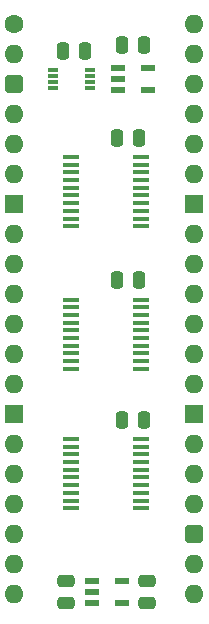
<source format=gts>
%TF.GenerationSoftware,KiCad,Pcbnew,8.0.7*%
%TF.CreationDate,2025-01-06T11:35:33+02:00*%
%TF.ProjectId,Video Address Reader,56696465-6f20-4416-9464-726573732052,rev?*%
%TF.SameCoordinates,Original*%
%TF.FileFunction,Soldermask,Top*%
%TF.FilePolarity,Negative*%
%FSLAX46Y46*%
G04 Gerber Fmt 4.6, Leading zero omitted, Abs format (unit mm)*
G04 Created by KiCad (PCBNEW 8.0.7) date 2025-01-06 11:35:33*
%MOMM*%
%LPD*%
G01*
G04 APERTURE LIST*
G04 Aperture macros list*
%AMRoundRect*
0 Rectangle with rounded corners*
0 $1 Rounding radius*
0 $2 $3 $4 $5 $6 $7 $8 $9 X,Y pos of 4 corners*
0 Add a 4 corners polygon primitive as box body*
4,1,4,$2,$3,$4,$5,$6,$7,$8,$9,$2,$3,0*
0 Add four circle primitives for the rounded corners*
1,1,$1+$1,$2,$3*
1,1,$1+$1,$4,$5*
1,1,$1+$1,$6,$7*
1,1,$1+$1,$8,$9*
0 Add four rect primitives between the rounded corners*
20,1,$1+$1,$2,$3,$4,$5,0*
20,1,$1+$1,$4,$5,$6,$7,0*
20,1,$1+$1,$6,$7,$8,$9,0*
20,1,$1+$1,$8,$9,$2,$3,0*%
G04 Aperture macros list end*
%ADD10RoundRect,0.250000X0.250000X0.475000X-0.250000X0.475000X-0.250000X-0.475000X0.250000X-0.475000X0*%
%ADD11RoundRect,0.250000X0.475000X-0.250000X0.475000X0.250000X-0.475000X0.250000X-0.475000X-0.250000X0*%
%ADD12R,1.250000X0.600000*%
%ADD13R,1.150000X0.600000*%
%ADD14R,1.475000X0.450000*%
%ADD15C,1.600000*%
%ADD16O,1.600000X1.600000*%
%ADD17RoundRect,0.400000X-0.400000X-0.400000X0.400000X-0.400000X0.400000X0.400000X-0.400000X0.400000X0*%
%ADD18R,1.600000X1.600000*%
%ADD19R,0.850000X0.300000*%
G04 APERTURE END LIST*
D10*
%TO.C,C4*%
X10586000Y-9652000D03*
X8686000Y-9652000D03*
%TD*%
D11*
%TO.C,C7*%
X11257000Y-49069000D03*
X11257000Y-47169000D03*
%TD*%
D12*
%TO.C,IC2*%
X8783000Y-3749000D03*
X8783000Y-4699000D03*
X8783000Y-5649000D03*
X11283000Y-5649000D03*
X11283000Y-3749000D03*
%TD*%
D10*
%TO.C,C3*%
X10586000Y-21717000D03*
X8686000Y-21717000D03*
%TD*%
D11*
%TO.C,C6*%
X4399000Y-49069000D03*
X4399000Y-47169000D03*
%TD*%
D13*
%TO.C,IC6*%
X6528000Y-47185000D03*
X6528000Y-48135000D03*
X6528000Y-49085000D03*
X9128000Y-49085000D03*
X9128000Y-47185000D03*
%TD*%
D14*
%TO.C,IC5*%
X4809000Y-11299000D03*
X4809000Y-11949000D03*
X4809000Y-12599000D03*
X4809000Y-13249000D03*
X4809000Y-13899000D03*
X4809000Y-14549000D03*
X4809000Y-15199000D03*
X4809000Y-15849000D03*
X4809000Y-16499000D03*
X4809000Y-17149000D03*
X10685000Y-17149000D03*
X10685000Y-16499000D03*
X10685000Y-15849000D03*
X10685000Y-15199000D03*
X10685000Y-14549000D03*
X10685000Y-13899000D03*
X10685000Y-13249000D03*
X10685000Y-12599000D03*
X10685000Y-11949000D03*
X10685000Y-11299000D03*
%TD*%
D10*
%TO.C,C2*%
X6014000Y-2286000D03*
X4114000Y-2286000D03*
%TD*%
D14*
%TO.C,IC3*%
X4809000Y-35175000D03*
X4809000Y-35825000D03*
X4809000Y-36475000D03*
X4809000Y-37125000D03*
X4809000Y-37775000D03*
X4809000Y-38425000D03*
X4809000Y-39075000D03*
X4809000Y-39725000D03*
X4809000Y-40375000D03*
X4809000Y-41025000D03*
X10685000Y-41025000D03*
X10685000Y-40375000D03*
X10685000Y-39725000D03*
X10685000Y-39075000D03*
X10685000Y-38425000D03*
X10685000Y-37775000D03*
X10685000Y-37125000D03*
X10685000Y-36475000D03*
X10685000Y-35825000D03*
X10685000Y-35175000D03*
%TD*%
D15*
%TO.C,J1*%
X0Y0D03*
D16*
X0Y-2540000D03*
D17*
X0Y-5080000D03*
D16*
X0Y-7620000D03*
X0Y-10160000D03*
X0Y-12700000D03*
D18*
X0Y-15240000D03*
D16*
X0Y-17780000D03*
X0Y-20320000D03*
X0Y-22860000D03*
X0Y-25400000D03*
X0Y-27940000D03*
X0Y-30480000D03*
D18*
X0Y-33020000D03*
D16*
X0Y-35560000D03*
X0Y-38100000D03*
X0Y-40640000D03*
X0Y-43180000D03*
X0Y-45720000D03*
X0Y-48260000D03*
X15240000Y-48260000D03*
X15240000Y-45720000D03*
D17*
X15240000Y-43180000D03*
D16*
X15240000Y-40640000D03*
X15240000Y-38100000D03*
X15240000Y-35560000D03*
D18*
X15240000Y-33020000D03*
D16*
X15240000Y-30480000D03*
X15240000Y-27940000D03*
X15240000Y-25400000D03*
X15240000Y-22860000D03*
X15240000Y-20320000D03*
X15240000Y-17780000D03*
D18*
X15240000Y-15240000D03*
D16*
X15240000Y-12700000D03*
X15240000Y-10160000D03*
X15240000Y-7620000D03*
X15240000Y-5080000D03*
X15240000Y-2540000D03*
X15240000Y0D03*
%TD*%
D14*
%TO.C,IC4*%
X4809000Y-23364000D03*
X4809000Y-24014000D03*
X4809000Y-24664000D03*
X4809000Y-25314000D03*
X4809000Y-25964000D03*
X4809000Y-26614000D03*
X4809000Y-27264000D03*
X4809000Y-27914000D03*
X4809000Y-28564000D03*
X4809000Y-29214000D03*
X10685000Y-29214000D03*
X10685000Y-28564000D03*
X10685000Y-27914000D03*
X10685000Y-27264000D03*
X10685000Y-26614000D03*
X10685000Y-25964000D03*
X10685000Y-25314000D03*
X10685000Y-24664000D03*
X10685000Y-24014000D03*
X10685000Y-23364000D03*
%TD*%
D10*
%TO.C,C1*%
X10967000Y-1778000D03*
X9067000Y-1778000D03*
%TD*%
%TO.C,C5*%
X10967000Y-33528000D03*
X9067000Y-33528000D03*
%TD*%
D19*
%TO.C,IC1*%
X3251000Y-3949000D03*
X3251000Y-4449000D03*
X3251000Y-4949000D03*
X3251000Y-5449000D03*
X6401000Y-5449000D03*
X6401000Y-4949000D03*
X6401000Y-4449000D03*
X6401000Y-3949000D03*
%TD*%
M02*

</source>
